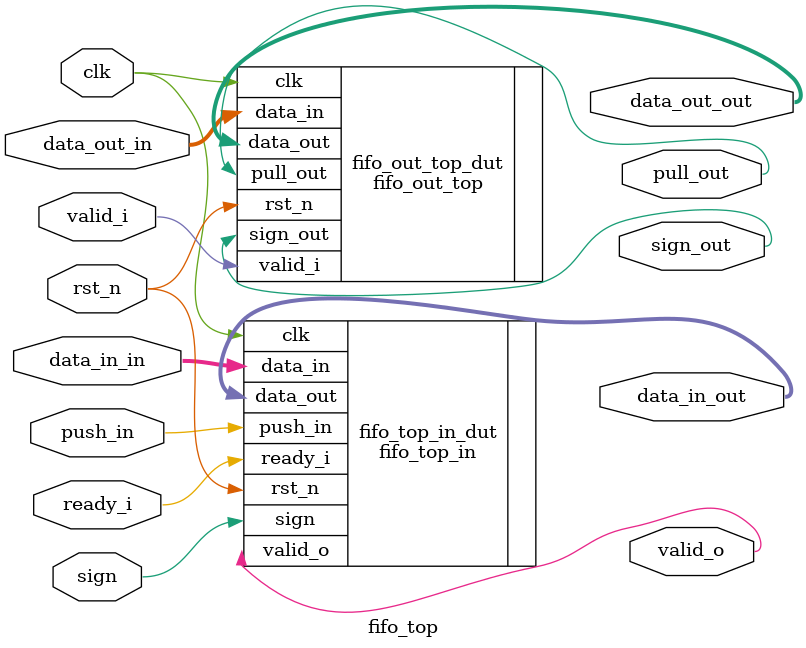
<source format=v>
`timescale 1ns / 1ps
module fifo_top #(
    parameter DATA_WIDTH = 65,    
    parameter BUFFER_DEPTH = 4,  
    parameter LOG_BUFFER_DEPTH = 3
) (
    input clk,//时钟
    input rst_n,//低有效复位信号
    input sign, //符号位
    input push_in,//fifo_in输入信号，将八位数据输入到fifo_in的寄存器中
    input [7:0] data_in_in,//fifo_in输入
    input ready_i,//fifo_in的读取信号，控制指针加一
    input [64:0] data_out_in,//fifo_out数据输入
    input valid_i,//fifo_out输入信号，将65位数据输入到fifo_out的buffer中

    output [7:0] data_out_out,//fifo_out输出数据，
    output sign_out,//输出符号位
    output valid_o,
    output [64:0]data_in_out,//fifo_in输出数据
    output    pull_out
);


fifo_top_in 
#(
  .DATA_WIDTH(DATA_WIDTH ),
  .BUFFER_DEPTH(BUFFER_DEPTH ),
  .LOG_BUFFER_DEPTH (
      LOG_BUFFER_DEPTH )
)
fifo_top_in_dut (
  .clk (clk ),
  .sign (sign ),
  .push_in (push_in ),
  .rst_n (rst_n ),
  .data_in (data_in_in),
  .ready_i (ready_i ),
  .data_out (data_in_out ),
  .valid_o  ( valid_o)
);


fifo_out_top 
#(
  .DATA_WIDTH(DATA_WIDTH ),
  .BUFFER_DEPTH(BUFFER_DEPTH ),
  .LOG_BUFFER_DEPTH (
      LOG_BUFFER_DEPTH )
)
fifo_out_top_dut (
  .clk (clk ),
  .rst_n (rst_n ),
  .data_in (data_out_in ),
  .valid_i (valid_i ),
  .data_out (data_out_out ),
  .sign_out (sign_out ),
  .pull_out(pull_out)
);




endmodule

</source>
